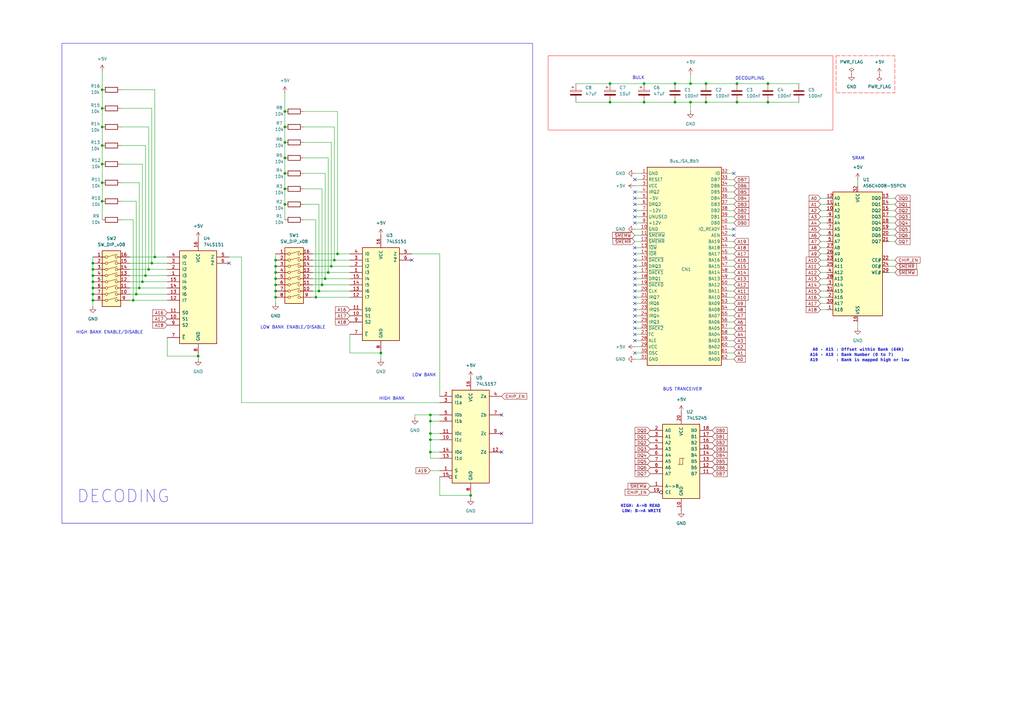
<source format=kicad_sch>
(kicad_sch (version 20250114) (generator "eeschema") (generator_version "9.0")
  (paper "A3")
  (title_block (title "XTra-RAM") (rev "1.0") (company "b5s4") (comment 1 "Oddsocks"))
  (rectangle (start 25.4 17.78) (end 218.44 214.63))
  (text "DECODING" (at 50.546 203.708 0) (effects (font (size 5.08 5.08))))
  (text "HIGH BANK ENABLE/DISABLE" (at 44.958 136.398 0) (effects (font (size 1.27 1.27))))
  (text "LOW BANK" (at 173.99 153.924 0) (effects (font (size 1.27 1.27))))
  (text " A0 - A15 : Offset within Bank (64K)\nA16 - A18 : Bank Number (0 to 7)\nA19       : Bank is mapped high or low" (at 332.232 146.05 0) (effects (font (size 1.27 1.27) (bold yes)) (justify left)))
  (text "HIGH BANK" (at 160.782 163.576 0) (effects (font (size 1.27 1.27))))
  (text "LOW BANK ENABLE/DISABLE" (at 120.142 134.366 0) (effects (font (size 1.27 1.27))))
  (text "BUS TRANCEIVER" (at 279.908 159.766 0) (effects (font (size 1.27 1.27))))
  (text "HIGH: A->B READ\n LOW: B->A WRITE" (at 262.636 209.042 0) (effects (font (size 1.27 1.27) (bold yes))))
  (text "SRAM" (at 352.044 65.024 0) (effects (font (size 1.27 1.27))))
  (text "BULK" (at 261.874 32.004 0) (effects (font (size 1.27 1.27))))
  (text "DECOUPLING" (at 307.594 32.258 0) (effects (font (size 1.27 1.27))))
  (junction (at 81.28 146.05))
  (junction (at 113.03 119.38))
  (junction (at 113.03 116.84))
  (junction (at 60.96 110.49))
  (junction (at 41.91 52.07))
  (junction (at 41.91 67.31))
  (junction (at 264.16 34.29))
  (junction (at 250.19 41.91))
  (junction (at 55.88 120.65))
  (junction (at 176.53 185.42))
  (junction (at 41.91 74.93))
  (junction (at 250.19 34.29))
  (junction (at 176.53 177.8))
  (junction (at 176.53 172.72))
  (junction (at 38.1 110.49))
  (junction (at 62.23 107.95))
  (junction (at 113.03 106.68))
  (junction (at 41.91 36.83))
  (junction (at 113.03 114.3))
  (junction (at 129.54 121.92))
  (junction (at 38.1 107.95))
  (junction (at 314.96 34.29))
  (junction (at 193.04 203.2))
  (junction (at 289.56 34.29))
  (junction (at 59.69 113.03))
  (junction (at 314.96 41.91))
  (junction (at 134.62 111.76))
  (junction (at 38.1 113.03))
  (junction (at 113.03 111.76))
  (junction (at 264.16 41.91))
  (junction (at 283.21 34.29))
  (junction (at 176.53 170.18))
  (junction (at 38.1 123.19))
  (junction (at 116.84 64.77))
  (junction (at 130.81 119.38))
  (junction (at 137.16 106.68))
  (junction (at 41.91 44.45))
  (junction (at 283.21 41.91))
  (junction (at 116.84 77.47))
  (junction (at 38.1 115.57))
  (junction (at 57.15 118.11))
  (junction (at 132.08 116.84))
  (junction (at 58.42 115.57))
  (junction (at 135.89 109.22))
  (junction (at 116.84 83.82))
  (junction (at 54.61 123.19))
  (junction (at 133.35 114.3))
  (junction (at 116.84 71.12))
  (junction (at 38.1 120.65))
  (junction (at 116.84 45.72))
  (junction (at 276.86 34.29))
  (junction (at 156.21 144.78))
  (junction (at 116.84 52.07))
  (junction (at 302.26 41.91))
  (junction (at 113.03 109.22))
  (junction (at 289.56 41.91))
  (junction (at 116.84 58.42))
  (junction (at 176.53 180.34))
  (junction (at 38.1 118.11))
  (junction (at 138.43 104.14))
  (junction (at 276.86 41.91))
  (junction (at 41.91 59.69))
  (junction (at 63.5 105.41))
  (junction (at 302.26 34.29))
  (junction (at 41.91 82.55))
  (junction (at 113.03 121.92))
  (no_connect (at 260.35 116.84))
  (no_connect (at 300.99 71.12))
  (no_connect (at 168.91 106.68))
  (no_connect (at 260.35 109.22))
  (no_connect (at 300.99 93.98))
  (no_connect (at 260.35 86.36))
  (no_connect (at 205.74 170.18))
  (no_connect (at 260.35 132.08))
  (no_connect (at 260.35 134.62))
  (no_connect (at 205.74 177.8))
  (no_connect (at 260.35 124.46))
  (no_connect (at 93.98 107.95))
  (no_connect (at 260.35 129.54))
  (no_connect (at 260.35 114.3))
  (no_connect (at 260.35 81.28))
  (no_connect (at 260.35 73.66))
  (no_connect (at 260.35 104.14))
  (no_connect (at 260.35 83.82))
  (no_connect (at 260.35 106.68))
  (no_connect (at 260.35 78.74))
  (no_connect (at 260.35 139.7))
  (no_connect (at 260.35 101.6))
  (no_connect (at 260.35 121.92))
  (no_connect (at 300.99 96.52))
  (no_connect (at 260.35 137.16))
  (no_connect (at 260.35 144.78))
  (no_connect (at 260.35 88.9))
  (no_connect (at 260.35 119.38))
  (no_connect (at 260.35 127))
  (no_connect (at 260.35 91.44))
  (no_connect (at 260.35 111.76))
  (no_connect (at 205.74 185.42))
  (wire (pts (xy 314.96 41.91) (xy 327.66 41.91)))
  (wire (pts (xy 38.1 105.41) (xy 38.1 107.95)))
  (wire (pts (xy 113.03 109.22) (xy 113.03 111.76)))
  (wire (pts (xy 116.84 38.1) (xy 116.84 45.72)))
  (wire (pts (xy 336.55 124.46) (xy 339.09 124.46)))
  (wire (pts (xy 298.45 91.44) (xy 300.99 91.44)))
  (wire (pts (xy 143.51 137.16) (xy 143.51 144.78)))
  (wire (pts (xy 53.34 113.03) (xy 59.69 113.03)))
  (wire (pts (xy 264.16 41.91) (xy 276.86 41.91)))
  (wire (pts (xy 298.45 132.08) (xy 300.99 132.08)))
  (wire (pts (xy 260.35 111.76) (xy 262.89 111.76)))
  (wire (pts (xy 128.27 104.14) (xy 138.43 104.14)))
  (wire (pts (xy 133.35 71.12) (xy 124.46 71.12)))
  (wire (pts (xy 137.16 106.68) (xy 143.51 106.68)))
  (wire (pts (xy 59.69 59.69) (xy 59.69 113.03)))
  (wire (pts (xy 176.53 187.96) (xy 176.53 185.42)))
  (wire (pts (xy 49.53 90.17) (xy 54.61 90.17)))
  (wire (pts (xy 38.1 113.03) (xy 38.1 115.57)))
  (wire (pts (xy 260.35 81.28) (xy 262.89 81.28)))
  (wire (pts (xy 364.49 81.28) (xy 367.03 81.28)))
  (wire (pts (xy 53.34 107.95) (xy 62.23 107.95)))
  (wire (pts (xy 180.34 104.14) (xy 168.91 104.14)))
  (wire (pts (xy 130.81 119.38) (xy 130.81 83.82)))
  (wire (pts (xy 49.53 52.07) (xy 60.96 52.07)))
  (wire (pts (xy 53.34 110.49) (xy 60.96 110.49)))
  (wire (pts (xy 336.55 99.06) (xy 339.09 99.06)))
  (wire (pts (xy 260.35 132.08) (xy 262.89 132.08)))
  (wire (pts (xy 53.34 105.41) (xy 63.5 105.41)))
  (wire (pts (xy 129.54 121.92) (xy 143.51 121.92)))
  (wire (pts (xy 176.53 172.72) (xy 176.53 170.18)))
  (wire (pts (xy 260.35 137.16) (xy 262.89 137.16)))
  (wire (pts (xy 129.54 121.92) (xy 129.54 90.17)))
  (wire (pts (xy 298.45 142.24) (xy 300.99 142.24)))
  (wire (pts (xy 336.55 83.82) (xy 339.09 83.82)))
  (wire (pts (xy 250.19 34.29) (xy 264.16 34.29)))
  (wire (pts (xy 170.18 170.18) (xy 170.18 171.45)))
  (wire (pts (xy 298.45 73.66) (xy 300.99 73.66)))
  (wire (pts (xy 298.45 134.62) (xy 300.99 134.62)))
  (wire (pts (xy 134.62 111.76) (xy 143.51 111.76)))
  (wire (pts (xy 298.45 101.6) (xy 300.99 101.6)))
  (wire (pts (xy 336.55 106.68) (xy 339.09 106.68)))
  (wire (pts (xy 289.56 41.91) (xy 302.26 41.91)))
  (wire (pts (xy 49.53 82.55) (xy 55.88 82.55)))
  (wire (pts (xy 336.55 111.76) (xy 339.09 111.76)))
  (wire (pts (xy 128.27 106.68) (xy 137.16 106.68)))
  (wire (pts (xy 55.88 120.65) (xy 68.58 120.65)))
  (wire (pts (xy 137.16 106.68) (xy 137.16 52.07)))
  (wire (pts (xy 298.45 114.3) (xy 300.99 114.3)))
  (wire (pts (xy 113.03 104.14) (xy 113.03 106.68)))
  (wire (pts (xy 364.49 111.76) (xy 367.03 111.76)))
  (wire (pts (xy 176.53 170.18) (xy 170.18 170.18)))
  (wire (pts (xy 260.35 83.82) (xy 262.89 83.82)))
  (wire (pts (xy 180.34 195.58) (xy 180.34 203.2)))
  (wire (pts (xy 336.55 101.6) (xy 339.09 101.6)))
  (wire (pts (xy 364.49 106.68) (xy 367.03 106.68)))
  (wire (pts (xy 68.58 146.05) (xy 81.28 146.05)))
  (wire (pts (xy 351.79 132.08) (xy 351.79 134.62)))
  (wire (pts (xy 364.49 86.36) (xy 367.03 86.36)))
  (wire (pts (xy 113.03 114.3) (xy 113.03 116.84)))
  (wire (pts (xy 302.26 41.91) (xy 314.96 41.91)))
  (wire (pts (xy 130.81 119.38) (xy 143.51 119.38)))
  (wire (pts (xy 116.84 77.47) (xy 116.84 83.82)))
  (wire (pts (xy 298.45 144.78) (xy 300.99 144.78)))
  (wire (pts (xy 298.45 109.22) (xy 300.99 109.22)))
  (wire (pts (xy 113.03 111.76) (xy 113.03 114.3)))
  (wire (pts (xy 180.34 104.14) (xy 180.34 162.56)))
  (wire (pts (xy 298.45 76.2) (xy 300.99 76.2)))
  (wire (pts (xy 302.26 34.29) (xy 314.96 34.29)))
  (wire (pts (xy 298.45 119.38) (xy 300.99 119.38)))
  (wire (pts (xy 58.42 67.31) (xy 58.42 115.57)))
  (wire (pts (xy 99.06 105.41) (xy 93.98 105.41)))
  (wire (pts (xy 132.08 116.84) (xy 143.51 116.84)))
  (wire (pts (xy 54.61 90.17) (xy 54.61 123.19)))
  (wire (pts (xy 49.53 44.45) (xy 62.23 44.45)))
  (wire (pts (xy 133.35 114.3) (xy 133.35 71.12)))
  (wire (pts (xy 180.34 203.2) (xy 193.04 203.2)))
  (wire (pts (xy 38.1 115.57) (xy 38.1 118.11)))
  (wire (pts (xy 38.1 120.65) (xy 38.1 123.19)))
  (wire (pts (xy 156.21 147.32) (xy 156.21 144.78)))
  (wire (pts (xy 113.03 116.84) (xy 113.03 119.38)))
  (wire (pts (xy 134.62 64.77) (xy 124.46 64.77)))
  (wire (pts (xy 298.45 104.14) (xy 300.99 104.14)))
  (wire (pts (xy 260.35 71.12) (xy 262.89 71.12)))
  (wire (pts (xy 62.23 44.45) (xy 62.23 107.95)))
  (wire (pts (xy 113.03 119.38) (xy 113.03 121.92)))
  (wire (pts (xy 260.35 119.38) (xy 262.89 119.38)))
  (wire (pts (xy 116.84 71.12) (xy 116.84 77.47)))
  (wire (pts (xy 41.91 29.21) (xy 41.91 36.83)))
  (wire (pts (xy 260.35 106.68) (xy 262.89 106.68)))
  (wire (pts (xy 336.55 119.38) (xy 339.09 119.38)))
  (wire (pts (xy 260.35 104.14) (xy 262.89 104.14)))
  (wire (pts (xy 38.1 118.11) (xy 38.1 120.65)))
  (wire (pts (xy 99.06 105.41) (xy 99.06 165.1)))
  (wire (pts (xy 137.16 52.07) (xy 124.46 52.07)))
  (wire (pts (xy 138.43 45.72) (xy 124.46 45.72)))
  (wire (pts (xy 298.45 147.32) (xy 300.99 147.32)))
  (wire (pts (xy 260.35 78.74) (xy 262.89 78.74)))
  (wire (pts (xy 298.45 99.06) (xy 300.99 99.06)))
  (wire (pts (xy 176.53 185.42) (xy 176.53 180.34)))
  (wire (pts (xy 298.45 121.92) (xy 300.99 121.92)))
  (wire (pts (xy 298.45 96.52) (xy 300.99 96.52)))
  (wire (pts (xy 336.55 88.9) (xy 339.09 88.9)))
  (wire (pts (xy 59.69 113.03) (xy 68.58 113.03)))
  (wire (pts (xy 176.53 177.8) (xy 176.53 172.72)))
  (wire (pts (xy 298.45 78.74) (xy 300.99 78.74)))
  (wire (pts (xy 298.45 129.54) (xy 300.99 129.54)))
  (wire (pts (xy 128.27 121.92) (xy 129.54 121.92)))
  (wire (pts (xy 260.35 129.54) (xy 262.89 129.54)))
  (wire (pts (xy 81.28 147.32) (xy 81.28 146.05)))
  (wire (pts (xy 260.35 101.6) (xy 262.89 101.6)))
  (wire (pts (xy 260.35 142.24) (xy 262.89 142.24)))
  (wire (pts (xy 138.43 104.14) (xy 143.51 104.14)))
  (wire (pts (xy 298.45 88.9) (xy 300.99 88.9)))
  (wire (pts (xy 283.21 34.29) (xy 289.56 34.29)))
  (wire (pts (xy 53.34 115.57) (xy 58.42 115.57)))
  (wire (pts (xy 260.35 134.62) (xy 262.89 134.62)))
  (wire (pts (xy 113.03 121.92) (xy 113.03 124.46)))
  (wire (pts (xy 128.27 116.84) (xy 132.08 116.84)))
  (wire (pts (xy 116.84 83.82) (xy 116.84 90.17)))
  (wire (pts (xy 298.45 111.76) (xy 300.99 111.76)))
  (wire (pts (xy 364.49 93.98) (xy 367.03 93.98)))
  (wire (pts (xy 135.89 109.22) (xy 143.51 109.22)))
  (wire (pts (xy 260.35 88.9) (xy 262.89 88.9)))
  (wire (pts (xy 49.53 67.31) (xy 58.42 67.31)))
  (wire (pts (xy 260.35 96.52) (xy 262.89 96.52)))
  (wire (pts (xy 41.91 52.07) (xy 41.91 59.69)))
  (wire (pts (xy 138.43 104.14) (xy 138.43 45.72)))
  (wire (pts (xy 336.55 104.14) (xy 339.09 104.14)))
  (wire (pts (xy 260.35 144.78) (xy 262.89 144.78)))
  (wire (pts (xy 57.15 74.93) (xy 57.15 118.11)))
  (wire (pts (xy 260.35 99.06) (xy 262.89 99.06)))
  (wire (pts (xy 364.49 109.22) (xy 367.03 109.22)))
  (wire (pts (xy 180.34 187.96) (xy 176.53 187.96)))
  (wire (pts (xy 351.79 73.66) (xy 351.79 76.2)))
  (wire (pts (xy 364.49 96.52) (xy 367.03 96.52)))
  (wire (pts (xy 49.53 74.93) (xy 57.15 74.93)))
  (wire (pts (xy 336.55 93.98) (xy 339.09 93.98)))
  (wire (pts (xy 260.35 116.84) (xy 262.89 116.84)))
  (wire (pts (xy 116.84 58.42) (xy 116.84 64.77)))
  (wire (pts (xy 336.55 86.36) (xy 339.09 86.36)))
  (wire (pts (xy 176.53 170.18) (xy 180.34 170.18)))
  (wire (pts (xy 60.96 52.07) (xy 60.96 110.49)))
  (wire (pts (xy 133.35 114.3) (xy 143.51 114.3)))
  (wire (pts (xy 298.45 93.98) (xy 300.99 93.98)))
  (wire (pts (xy 260.35 93.98) (xy 262.89 93.98)))
  (wire (pts (xy 314.96 34.29) (xy 327.66 34.29)))
  (wire (pts (xy 41.91 44.45) (xy 41.91 52.07)))
  (wire (pts (xy 260.35 127) (xy 262.89 127)))
  (wire (pts (xy 62.23 107.95) (xy 68.58 107.95)))
  (wire (pts (xy 276.86 41.91) (xy 283.21 41.91)))
  (wire (pts (xy 336.55 121.92) (xy 339.09 121.92)))
  (wire (pts (xy 283.21 41.91) (xy 283.21 45.72)))
  (wire (pts (xy 336.55 114.3) (xy 339.09 114.3)))
  (wire (pts (xy 260.35 121.92) (xy 262.89 121.92)))
  (wire (pts (xy 58.42 115.57) (xy 68.58 115.57)))
  (wire (pts (xy 128.27 109.22) (xy 135.89 109.22)))
  (wire (pts (xy 236.22 41.91) (xy 250.19 41.91)))
  (wire (pts (xy 49.53 59.69) (xy 59.69 59.69)))
  (wire (pts (xy 260.35 124.46) (xy 262.89 124.46)))
  (wire (pts (xy 336.55 81.28) (xy 339.09 81.28)))
  (wire (pts (xy 41.91 67.31) (xy 41.91 74.93)))
  (wire (pts (xy 54.61 123.19) (xy 68.58 123.19)))
  (wire (pts (xy 116.84 64.77) (xy 116.84 71.12)))
  (wire (pts (xy 176.53 180.34) (xy 176.53 177.8)))
  (wire (pts (xy 236.22 34.29) (xy 250.19 34.29)))
  (wire (pts (xy 176.53 177.8) (xy 180.34 177.8)))
  (wire (pts (xy 38.1 107.95) (xy 38.1 110.49)))
  (wire (pts (xy 298.45 71.12) (xy 300.99 71.12)))
  (wire (pts (xy 298.45 137.16) (xy 300.99 137.16)))
  (wire (pts (xy 128.27 119.38) (xy 130.81 119.38)))
  (wire (pts (xy 176.53 180.34) (xy 180.34 180.34)))
  (wire (pts (xy 336.55 109.22) (xy 339.09 109.22)))
  (wire (pts (xy 298.45 127) (xy 300.99 127)))
  (wire (pts (xy 132.08 77.47) (xy 124.46 77.47)))
  (wire (pts (xy 260.35 76.2) (xy 262.89 76.2)))
  (wire (pts (xy 298.45 86.36) (xy 300.99 86.36)))
  (wire (pts (xy 364.49 99.06) (xy 367.03 99.06)))
  (wire (pts (xy 336.55 116.84) (xy 339.09 116.84)))
  (wire (pts (xy 53.34 123.19) (xy 54.61 123.19)))
  (wire (pts (xy 116.84 45.72) (xy 116.84 52.07)))
  (wire (pts (xy 276.86 34.29) (xy 283.21 34.29)))
  (wire (pts (xy 41.91 74.93) (xy 41.91 82.55)))
  (wire (pts (xy 260.35 109.22) (xy 262.89 109.22)))
  (wire (pts (xy 364.49 91.44) (xy 367.03 91.44)))
  (wire (pts (xy 99.06 165.1) (xy 180.34 165.1)))
  (wire (pts (xy 260.35 114.3) (xy 262.89 114.3)))
  (wire (pts (xy 264.16 34.29) (xy 276.86 34.29)))
  (wire (pts (xy 55.88 82.55) (xy 55.88 120.65)))
  (wire (pts (xy 260.35 147.32) (xy 262.89 147.32)))
  (wire (pts (xy 260.35 73.66) (xy 262.89 73.66)))
  (wire (pts (xy 116.84 52.07) (xy 116.84 58.42)))
  (wire (pts (xy 60.96 110.49) (xy 68.58 110.49)))
  (wire (pts (xy 260.35 139.7) (xy 262.89 139.7)))
  (wire (pts (xy 283.21 30.48) (xy 283.21 34.29)))
  (wire (pts (xy 38.1 123.19) (xy 38.1 125.73)))
  (wire (pts (xy 364.49 88.9) (xy 367.03 88.9)))
  (wire (pts (xy 53.34 118.11) (xy 57.15 118.11)))
  (wire (pts (xy 260.35 91.44) (xy 262.89 91.44)))
  (wire (pts (xy 364.49 83.82) (xy 367.03 83.82)))
  (wire (pts (xy 129.54 90.17) (xy 124.46 90.17)))
  (wire (pts (xy 63.5 36.83) (xy 63.5 105.41)))
  (wire (pts (xy 289.56 34.29) (xy 302.26 34.29)))
  (wire (pts (xy 298.45 139.7) (xy 300.99 139.7)))
  (wire (pts (xy 113.03 106.68) (xy 113.03 109.22)))
  (wire (pts (xy 135.89 109.22) (xy 135.89 58.42)))
  (wire (pts (xy 128.27 114.3) (xy 133.35 114.3)))
  (wire (pts (xy 38.1 110.49) (xy 38.1 113.03)))
  (wire (pts (xy 130.81 83.82) (xy 124.46 83.82)))
  (wire (pts (xy 41.91 36.83) (xy 41.91 44.45)))
  (wire (pts (xy 336.55 127) (xy 339.09 127)))
  (wire (pts (xy 283.21 41.91) (xy 289.56 41.91)))
  (wire (pts (xy 193.04 204.47) (xy 193.04 203.2)))
  (wire (pts (xy 336.55 96.52) (xy 339.09 96.52)))
  (wire (pts (xy 134.62 111.76) (xy 134.62 64.77)))
  (wire (pts (xy 53.34 120.65) (xy 55.88 120.65)))
  (wire (pts (xy 298.45 124.46) (xy 300.99 124.46)))
  (wire (pts (xy 336.55 91.44) (xy 339.09 91.44)))
  (wire (pts (xy 49.53 36.83) (xy 63.5 36.83)))
  (wire (pts (xy 57.15 118.11) (xy 68.58 118.11)))
  (wire (pts (xy 63.5 105.41) (xy 68.58 105.41)))
  (wire (pts (xy 68.58 138.43) (xy 68.58 146.05)))
  (wire (pts (xy 132.08 116.84) (xy 132.08 77.47)))
  (wire (pts (xy 298.45 83.82) (xy 300.99 83.82)))
  (wire (pts (xy 176.53 172.72) (xy 180.34 172.72)))
  (wire (pts (xy 250.19 41.91) (xy 264.16 41.91)))
  (wire (pts (xy 176.53 193.04) (xy 180.34 193.04)))
  (wire (pts (xy 298.45 106.68) (xy 300.99 106.68)))
  (wire (pts (xy 41.91 59.69) (xy 41.91 67.31)))
  (wire (pts (xy 298.45 116.84) (xy 300.99 116.84)))
  (wire (pts (xy 176.53 185.42) (xy 180.34 185.42)))
  (wire (pts (xy 143.51 144.78) (xy 156.21 144.78)))
  (wire (pts (xy 135.89 58.42) (xy 124.46 58.42)))
  (wire (pts (xy 41.91 82.55) (xy 41.91 90.17)))
  (wire (pts (xy 298.45 81.28) (xy 300.99 81.28)))
  (wire (pts (xy 128.27 111.76) (xy 134.62 111.76)))
  (wire (pts (xy 260.35 86.36) (xy 262.89 86.36)))
  (global_label "DQ6" (shape input) (at 367.03 96.52 0) (property "Intersheetrefs" "${INTERSHEET_REFS}" (effects (hide yes))))
  (global_label "DB4" (shape input) (at 292.1 186.69 0) (property "Intersheetrefs" "${INTERSHEET_REFS}" (effects (hide yes))))
  (global_label "A13" (shape input) (at 336.55 114.3 180) (property "Intersheetrefs" "${INTERSHEET_REFS}" (effects (hide yes))))
  (global_label "CHIP_EN" (shape input) (at 266.7 201.93 180) (property "Intersheetrefs" "${INTERSHEET_REFS}" (effects (hide yes))))
  (global_label "DB3" (shape input) (at 300.99 83.82 0) (property "Intersheetrefs" "${INTERSHEET_REFS}" (effects (hide yes))))
  (global_label "DQ4" (shape input) (at 266.7 186.69 180) (property "Intersheetrefs" "${INTERSHEET_REFS}" (effects (hide yes))))
  (global_label "A18" (shape input) (at 300.99 101.6 0) (property "Intersheetrefs" "${INTERSHEET_REFS}" (effects (hide yes))))
  (global_label "A7" (shape input) (at 336.55 99.06 180) (property "Intersheetrefs" "${INTERSHEET_REFS}" (effects (hide yes))))
  (global_label "A3" (shape input) (at 336.55 88.9 180) (property "Intersheetrefs" "${INTERSHEET_REFS}" (effects (hide yes))))
  (global_label "A18" (shape input) (at 143.51 132.08 180) (property "Intersheetrefs" "${INTERSHEET_REFS}" (effects (hide yes))))
  (global_label "DB6" (shape input) (at 300.99 76.2 0) (property "Intersheetrefs" "${INTERSHEET_REFS}" (effects (hide yes))))
  (global_label "DQ7" (shape input) (at 367.03 99.06 0) (property "Intersheetrefs" "${INTERSHEET_REFS}" (effects (hide yes))))
  (global_label "DB1" (shape input) (at 300.99 88.9 0) (property "Intersheetrefs" "${INTERSHEET_REFS}" (effects (hide yes))))
  (global_label "A17" (shape input) (at 300.99 104.14 0) (property "Intersheetrefs" "${INTERSHEET_REFS}" (effects (hide yes))))
  (global_label "A6" (shape input) (at 300.99 132.08 0) (property "Intersheetrefs" "${INTERSHEET_REFS}" (effects (hide yes))))
  (global_label "DB1" (shape input) (at 292.1 179.07 0) (property "Intersheetrefs" "${INTERSHEET_REFS}" (effects (hide yes))))
  (global_label "DB5" (shape input) (at 292.1 189.23 0) (property "Intersheetrefs" "${INTERSHEET_REFS}" (effects (hide yes))))
  (global_label "~{SMEMW}" (shape input) (at 260.35 96.52 180) (property "Intersheetrefs" "${INTERSHEET_REFS}" (effects (hide yes))))
  (global_label "A11" (shape input) (at 336.55 109.22 180) (property "Intersheetrefs" "${INTERSHEET_REFS}" (effects (hide yes))))
  (global_label "DB5" (shape input) (at 300.99 78.74 0) (property "Intersheetrefs" "${INTERSHEET_REFS}" (effects (hide yes))))
  (global_label "A7" (shape input) (at 300.99 129.54 0) (property "Intersheetrefs" "${INTERSHEET_REFS}" (effects (hide yes))))
  (global_label "A8" (shape input) (at 336.55 101.6 180) (property "Intersheetrefs" "${INTERSHEET_REFS}" (effects (hide yes))))
  (global_label "A10" (shape input) (at 300.99 121.92 0) (property "Intersheetrefs" "${INTERSHEET_REFS}" (effects (hide yes))))
  (global_label "A19" (shape input) (at 300.99 99.06 0) (property "Intersheetrefs" "${INTERSHEET_REFS}" (effects (hide yes))))
  (global_label "A14" (shape input) (at 336.55 116.84 180) (property "Intersheetrefs" "${INTERSHEET_REFS}" (effects (hide yes))))
  (global_label "DB0" (shape input) (at 292.1 176.53 0) (property "Intersheetrefs" "${INTERSHEET_REFS}" (effects (hide yes))))
  (global_label "DQ2" (shape input) (at 266.7 181.61 180) (property "Intersheetrefs" "${INTERSHEET_REFS}" (effects (hide yes))))
  (global_label "DQ1" (shape input) (at 266.7 179.07 180) (property "Intersheetrefs" "${INTERSHEET_REFS}" (effects (hide yes))))
  (global_label "DQ4" (shape input) (at 367.03 91.44 0) (property "Intersheetrefs" "${INTERSHEET_REFS}" (effects (hide yes))))
  (global_label "A14" (shape input) (at 300.99 111.76 0) (property "Intersheetrefs" "${INTERSHEET_REFS}" (effects (hide yes))))
  (global_label "A11" (shape input) (at 300.99 119.38 0) (property "Intersheetrefs" "${INTERSHEET_REFS}" (effects (hide yes))))
  (global_label "DB2" (shape input) (at 300.99 86.36 0) (property "Intersheetrefs" "${INTERSHEET_REFS}" (effects (hide yes))))
  (global_label "A18" (shape input) (at 68.58 133.35 180) (property "Intersheetrefs" "${INTERSHEET_REFS}" (effects (hide yes))))
  (global_label "DB7" (shape input) (at 300.99 73.66 0) (property "Intersheetrefs" "${INTERSHEET_REFS}" (effects (hide yes))))
  (global_label "A17" (shape input) (at 336.55 124.46 180) (property "Intersheetrefs" "${INTERSHEET_REFS}" (effects (hide yes))))
  (global_label "A9" (shape input) (at 300.99 124.46 0) (property "Intersheetrefs" "${INTERSHEET_REFS}" (effects (hide yes))))
  (global_label "A17" (shape input) (at 68.58 130.81 180) (property "Intersheetrefs" "${INTERSHEET_REFS}" (effects (hide yes))))
  (global_label "DQ2" (shape input) (at 367.03 86.36 0) (property "Intersheetrefs" "${INTERSHEET_REFS}" (effects (hide yes))))
  (global_label "DQ3" (shape input) (at 367.03 88.9 0) (property "Intersheetrefs" "${INTERSHEET_REFS}" (effects (hide yes))))
  (global_label "A16" (shape input) (at 336.55 121.92 180) (property "Intersheetrefs" "${INTERSHEET_REFS}" (effects (hide yes))))
  (global_label "~{SMEMW}" (shape input) (at 367.03 111.76 0) (property "Intersheetrefs" "${INTERSHEET_REFS}" (effects (hide yes))))
  (global_label "DB6" (shape input) (at 292.1 191.77 0) (property "Intersheetrefs" "${INTERSHEET_REFS}" (effects (hide yes))))
  (global_label "DQ0" (shape input) (at 266.7 176.53 180) (property "Intersheetrefs" "${INTERSHEET_REFS}" (effects (hide yes))))
  (global_label "A16" (shape input) (at 143.51 127 180) (property "Intersheetrefs" "${INTERSHEET_REFS}" (effects (hide yes))))
  (global_label "A8" (shape input) (at 300.99 127 0) (property "Intersheetrefs" "${INTERSHEET_REFS}" (effects (hide yes))))
  (global_label "A18" (shape input) (at 336.55 127 180) (property "Intersheetrefs" "${INTERSHEET_REFS}" (effects (hide yes))))
  (global_label "DB4" (shape input) (at 300.99 81.28 0) (property "Intersheetrefs" "${INTERSHEET_REFS}" (effects (hide yes))))
  (global_label "A3" (shape input) (at 300.99 139.7 0) (property "Intersheetrefs" "${INTERSHEET_REFS}" (effects (hide yes))))
  (global_label "A0" (shape input) (at 336.55 81.28 180) (property "Intersheetrefs" "${INTERSHEET_REFS}" (effects (hide yes))))
  (global_label "DQ5" (shape input) (at 266.7 189.23 180) (property "Intersheetrefs" "${INTERSHEET_REFS}" (effects (hide yes))))
  (global_label "A17" (shape input) (at 143.51 129.54 180) (property "Intersheetrefs" "${INTERSHEET_REFS}" (effects (hide yes))))
  (global_label "A0" (shape input) (at 300.99 147.32 0) (property "Intersheetrefs" "${INTERSHEET_REFS}" (effects (hide yes))))
  (global_label "A16" (shape input) (at 300.99 106.68 0) (property "Intersheetrefs" "${INTERSHEET_REFS}" (effects (hide yes))))
  (global_label "A1" (shape input) (at 300.99 144.78 0) (property "Intersheetrefs" "${INTERSHEET_REFS}" (effects (hide yes))))
  (global_label "~{SMEMR}" (shape input) (at 367.03 109.22 0) (property "Intersheetrefs" "${INTERSHEET_REFS}" (effects (hide yes))))
  (global_label "DB3" (shape input) (at 292.1 184.15 0) (property "Intersheetrefs" "${INTERSHEET_REFS}" (effects (hide yes))))
  (global_label "A9" (shape input) (at 336.55 104.14 180) (property "Intersheetrefs" "${INTERSHEET_REFS}" (effects (hide yes))))
  (global_label "CHIP_EN" (shape input) (at 205.74 162.56 0) (property "Intersheetrefs" "${INTERSHEET_REFS}" (effects (hide yes))))
  (global_label "CHIP_EN" (shape input) (at 367.03 106.68 0) (property "Intersheetrefs" "${INTERSHEET_REFS}" (effects (hide yes))))
  (global_label "DB7" (shape input) (at 292.1 194.31 0) (property "Intersheetrefs" "${INTERSHEET_REFS}" (effects (hide yes))))
  (global_label "DQ7" (shape input) (at 266.7 194.31 180) (property "Intersheetrefs" "${INTERSHEET_REFS}" (effects (hide yes))))
  (global_label "DQ0" (shape input) (at 367.03 81.28 0) (property "Intersheetrefs" "${INTERSHEET_REFS}" (effects (hide yes))))
  (global_label "A5" (shape input) (at 336.55 93.98 180) (property "Intersheetrefs" "${INTERSHEET_REFS}" (effects (hide yes))))
  (global_label "DQ6" (shape input) (at 266.7 191.77 180) (property "Intersheetrefs" "${INTERSHEET_REFS}" (effects (hide yes))))
  (global_label "A2" (shape input) (at 336.55 86.36 180) (property "Intersheetrefs" "${INTERSHEET_REFS}" (effects (hide yes))))
  (global_label "A19" (shape input) (at 176.53 193.04 180) (property "Intersheetrefs" "${INTERSHEET_REFS}" (effects (hide yes))))
  (global_label "~{SMEMR}" (shape input) (at 260.35 99.06 180) (property "Intersheetrefs" "${INTERSHEET_REFS}" (effects (hide yes))))
  (global_label "DQ1" (shape input) (at 367.03 83.82 0) (property "Intersheetrefs" "${INTERSHEET_REFS}" (effects (hide yes))))
  (global_label "DQ3" (shape input) (at 266.7 184.15 180) (property "Intersheetrefs" "${INTERSHEET_REFS}" (effects (hide yes))))
  (global_label "~{SMEMW}" (shape input) (at 266.7 199.39 180) (property "Intersheetrefs" "${INTERSHEET_REFS}" (effects (hide yes))))
  (global_label "A4" (shape input) (at 300.99 137.16 0) (property "Intersheetrefs" "${INTERSHEET_REFS}" (effects (hide yes))))
  (global_label "A4" (shape input) (at 336.55 91.44 180) (property "Intersheetrefs" "${INTERSHEET_REFS}" (effects (hide yes))))
  (global_label "A15" (shape input) (at 300.99 109.22 0) (property "Intersheetrefs" "${INTERSHEET_REFS}" (effects (hide yes))))
  (global_label "DB2" (shape input) (at 292.1 181.61 0) (property "Intersheetrefs" "${INTERSHEET_REFS}" (effects (hide yes))))
  (global_label "A5" (shape input) (at 300.99 134.62 0) (property "Intersheetrefs" "${INTERSHEET_REFS}" (effects (hide yes))))
  (global_label "DQ5" (shape input) (at 367.03 93.98 0) (property "Intersheetrefs" "${INTERSHEET_REFS}" (effects (hide yes))))
  (global_label "DB0" (shape input) (at 300.99 91.44 0) (property "Intersheetrefs" "${INTERSHEET_REFS}" (effects (hide yes))))
  (global_label "A12" (shape input) (at 336.55 111.76 180) (property "Intersheetrefs" "${INTERSHEET_REFS}" (effects (hide yes))))
  (global_label "A10" (shape input) (at 336.55 106.68 180) (property "Intersheetrefs" "${INTERSHEET_REFS}" (effects (hide yes))))
  (global_label "A12" (shape input) (at 300.99 116.84 0) (property "Intersheetrefs" "${INTERSHEET_REFS}" (effects (hide yes))))
  (global_label "A6" (shape input) (at 336.55 96.52 180) (property "Intersheetrefs" "${INTERSHEET_REFS}" (effects (hide yes))))
  (global_label "A16" (shape input) (at 68.58 128.27 180) (property "Intersheetrefs" "${INTERSHEET_REFS}" (effects (hide yes))))
  (global_label "A15" (shape input) (at 336.55 119.38 180) (property "Intersheetrefs" "${INTERSHEET_REFS}" (effects (hide yes))))
  (global_label "A13" (shape input) (at 300.99 114.3 0) (property "Intersheetrefs" "${INTERSHEET_REFS}" (effects (hide yes))))
  (global_label "A1" (shape input) (at 336.55 83.82 180) (property "Intersheetrefs" "${INTERSHEET_REFS}" (effects (hide yes))))
  (global_label "A2" (shape input) (at 300.99 142.24 0) (property "Intersheetrefs" "${INTERSHEET_REFS}" (effects (hide yes))))
  (rule_area (polyline (pts (xy 224.79 53.34) (xy 341.63 53.34) (xy 341.63 22.86) (xy 224.79 22.86))))
  (rule_area (polyline (pts (xy 342.9 22.86) (xy 367.03 22.86) (xy 367.03 38.1) (xy 342.9 38.1)) (stroke (width 0) (type dash))))
  (symbol (lib_id "power:+5V") (at 283.21 30.48 0) (unit 1)
    (property "Reference" "#PWR03" (effects (hide yes)))
    (property "Value" "+5V" (at 283.21 25.4 0))
    (property "Description" "Power symbol creates a global label with name \"+5V\"" (effects (hide yes)))
  )
  (symbol (lib_id "Device:C_Polarized") (at 250.19 38.1 0) (unit 1)
    (property "Reference" "C7" (at 254 35.9409 0) (effects (justify left)))
    (property "Value" "10uF" (at 254 38.4809 0) (effects (justify left)))
    (property "Footprint" "Capacitor_THT:CP_Radial_D5.0mm_P2.50mm" (effects (hide yes)))
    (property "Description" "Polarized capacitor" (effects (hide yes)))
  )
  (symbol (lib_id "74xx:74LS151") (at 81.28 120.65 0) (unit 1)
    (property "Reference" "U4" (at 83.4233 97.79 0) (effects (justify left)))
    (property "Value" "74LS151" (at 83.4233 100.33 0) (effects (justify left)))
    (property "Footprint" "Package_DIP:DIP-16_W7.62mm_Socket" (effects (hide yes)))
    (property "Datasheet" "http://www.ti.com/lit/gpn/sn74LS151" (effects (hide yes)))
    (property "Description" "Multiplexer 8 to 1" (effects (hide yes)))
  )
  (symbol (lib_id "power:GND") (at 81.28 147.32 0) (unit 1)
    (property "Reference" "#PWR013" (effects (hide yes)))
    (property "Value" "GND" (at 81.28 152.4 0))
    (property "Description" "Power symbol creates a global label with name \"GND\" , ground" (effects (hide yes)))
  )
  (symbol (lib_id "Device:R") (at 120.65 64.77 90) (unit 1)
    (property "Reference" "R5" (at 114.554 63.754 90))
    (property "Value" "10k" (at 114.554 66.294 90))
    (property "Footprint" "Resistor_THT:R_Axial_DIN0207_L6.3mm_D2.5mm_P10.16mm_Horizontal" (effects (hide yes)))
    (property "Description" "Resistor" (effects (hide yes)))
  )
  (symbol (lib_id "power:+5V") (at 260.35 76.2 90) (unit 1)
    (property "Reference" "#PWR05" (effects (hide yes)))
    (property "Value" "+5V" (at 256.54 76.1999 90) (effects (justify left)))
    (property "Description" "Power symbol creates a global label with name \"+5V\"" (effects (hide yes)))
  )
  (symbol (lib_id "Device:R") (at 45.72 74.93 90) (unit 1)
    (property "Reference" "R11" (at 39.37 73.66 90))
    (property "Value" "10k" (at 39.37 76.2 90))
    (property "Footprint" "Resistor_THT:R_Axial_DIN0207_L6.3mm_D2.5mm_P10.16mm_Horizontal" (effects (hide yes)))
    (property "Description" "Resistor" (effects (hide yes)))
  )
  (symbol (lib_id "power:+5V") (at 351.79 73.66 0) (unit 1)
    (property "Reference" "#PWR06" (effects (hide yes)))
    (property "Value" "+5V" (at 351.79 68.58 0))
    (property "Description" "Power symbol creates a global label with name \"+5V\"" (effects (hide yes)))
  )
  (symbol (lib_id "Device:R") (at 120.65 52.07 90) (unit 1)
    (property "Reference" "R7" (at 114.554 50.546 90))
    (property "Value" "10k" (at 114.554 53.086 90))
    (property "Footprint" "Resistor_THT:R_Axial_DIN0207_L6.3mm_D2.5mm_P10.16mm_Horizontal" (effects (hide yes)))
    (property "Description" "Resistor" (effects (hide yes)))
  )
  (symbol (lib_id "Device:C") (at 314.96 38.1 0) (unit 1)
    (property "Reference" "C4" (at 318.77 36.8299 0) (effects (justify left)))
    (property "Value" "100nF" (at 318.77 39.3699 0) (effects (justify left)))
    (property "Footprint" "Capacitor_THT:C_Disc_D5.0mm_W2.5mm_P5.00mm" (effects (hide yes)))
    (property "Description" "Unpolarized capacitor" (effects (hide yes)))
  )
  (symbol (lib_id "Device:C") (at 289.56 38.1 0) (unit 1)
    (property "Reference" "C2" (at 293.37 36.8299 0) (effects (justify left)))
    (property "Value" "100nF" (at 293.37 39.3699 0) (effects (justify left)))
    (property "Footprint" "Capacitor_THT:C_Disc_D5.0mm_W2.5mm_P5.00mm" (effects (hide yes)))
    (property "Description" "Unpolarized capacitor" (effects (hide yes)))
  )
  (symbol (lib_id "power:+5V") (at 116.84 38.1 0) (unit 1)
    (property "Reference" "#PWR016" (effects (hide yes)))
    (property "Value" "+5V" (at 116.84 33.02 0))
    (property "Description" "Power symbol creates a global label with name \"+5V\"" (effects (hide yes)))
  )
  (symbol (lib_id "Device:R") (at 45.72 67.31 90) (unit 1)
    (property "Reference" "R12" (at 39.37 65.786 90))
    (property "Value" "10k" (at 39.37 68.326 90))
    (property "Footprint" "Resistor_THT:R_Axial_DIN0207_L6.3mm_D2.5mm_P10.16mm_Horizontal" (effects (hide yes)))
    (property "Description" "Resistor" (effects (hide yes)))
  )
  (symbol (lib_id "power:GND") (at 279.4 209.55 0) (unit 1)
    (property "Reference" "#PWR07" (effects (hide yes)))
    (property "Value" "GND" (at 279.4 214.63 0))
    (property "Description" "Power symbol creates a global label with name \"GND\" , ground" (effects (hide yes)))
  )
  (symbol (lib_id "power:GND") (at 260.35 147.32 270) (unit 1)
    (property "Reference" "#PWR011" (effects (hide yes)))
    (property "Value" "GND" (at 256.54 147.3199 90) (effects (justify right)))
    (property "Description" "Power symbol creates a global label with name \"GND\" , ground" (effects (hide yes)))
  )
  (symbol (lib_id "Device:C_Polarized") (at 264.16 38.1 0) (unit 1)
    (property "Reference" "C6" (at 267.97 35.9409 0) (effects (justify left)))
    (property "Value" "47uF" (at 267.97 38.4809 0) (effects (justify left)))
    (property "Footprint" "Capacitor_THT:CP_Radial_D5.0mm_P2.50mm" (effects (hide yes)))
    (property "Description" "Polarized capacitor" (effects (hide yes)))
  )
  (symbol (lib_id "74xx:74LS245") (at 279.4 189.23 0) (unit 1)
    (property "Reference" "U2" (at 281.5433 168.91 0) (effects (justify left)))
    (property "Value" "74LS245" (at 281.5433 171.45 0) (effects (justify left)))
    (property "Footprint" "Package_DIP:DIP-20_W7.62mm_Socket" (effects (hide yes)))
    (property "Datasheet" "http://www.ti.com/lit/gpn/sn74LS245" (effects (hide yes)))
    (property "Description" "Octal BUS Transceivers, 3-State outputs" (effects (hide yes)))
  )
  (symbol (lib_id "power:+5V") (at 193.04 154.94 0) (unit 1)
    (property "Reference" "#PWR022" (effects (hide yes)))
    (property "Value" "+5V" (at 193.04 149.86 0))
    (property "Description" "Power symbol creates a global label with name \"+5V\"" (effects (hide yes)))
  )
  (symbol (lib_id "Connector:Bus_ISA_8bit") (at 280.67 109.22 0) (unit 1)
    (property "Reference" "CN1" (at 281.432 110.49 0))
    (property "Value" "Bus_ISA_8bit" (at 280.67 66.04 0))
    (property "Footprint" "ODDSOCKS:8-bit ISA" (effects (hide yes)))
    (property "Datasheet" "https://en.wikipedia.org/wiki/Industry_Standard_Architecture" (effects (hide yes)))
    (property "Description" "8-bit ISA-PC bus connector" (effects (hide yes)))
  )
  (symbol (lib_id "power:+5V") (at 260.35 142.24 90) (unit 1)
    (property "Reference" "#PWR04" (effects (hide yes)))
    (property "Value" "+5V" (at 256.54 142.2399 90) (effects (justify left)))
    (property "Description" "Power symbol creates a global label with name \"+5V\"" (effects (hide yes)))
  )
  (symbol (lib_id "power:GND") (at 170.18 171.45 0) (unit 1)
    (property "Reference" "#PWR020" (effects (hide yes)))
    (property "Value" "GND" (at 170.18 176.53 0))
    (property "Description" "Power symbol creates a global label with name \"GND\" , ground" (effects (hide yes)))
  )
  (symbol (lib_id "74xx:74LS151") (at 156.21 119.38 0) (unit 1)
    (property "Reference" "U3" (at 158.3533 96.52 0) (effects (justify left)))
    (property "Value" "74LS151" (at 158.3533 99.06 0) (effects (justify left)))
    (property "Footprint" "Package_DIP:DIP-16_W7.62mm_Socket" (effects (hide yes)))
    (property "Datasheet" "http://www.ti.com/lit/gpn/sn74LS151" (effects (hide yes)))
    (property "Description" "Multiplexer 8 to 1" (effects (hide yes)))
  )
  (symbol (lib_id "Device:R") (at 45.72 90.17 90) (unit 1)
    (property "Reference" "R9" (at 39.37 88.646 90))
    (property "Value" "10k" (at 39.37 91.186 90))
    (property "Footprint" "Resistor_THT:R_Axial_DIN0207_L6.3mm_D2.5mm_P10.16mm_Horizontal" (effects (hide yes)))
    (property "Description" "Resistor" (effects (hide yes)))
  )
  (symbol (lib_id "power:PWR_FLAG") (at 349.25 30.48 0) (unit 1)
    (property "Reference" "#FLG01" (effects (hide yes)))
    (property "Value" "PWR_FLAG" (at 349.25 25.4 0))
    (property "Description" "Special symbol for telling ERC where power comes from" (effects (hide yes)))
  )
  (symbol (lib_id "Device:C_Polarized") (at 236.22 38.1 0) (unit 1)
    (property "Reference" "C8" (at 240.03 35.9409 0) (effects (justify left)))
    (property "Value" "47uF" (at 240.03 38.4809 0) (effects (justify left)))
    (property "Footprint" "Capacitor_THT:CP_Radial_D5.0mm_P2.50mm" (effects (hide yes)))
    (property "Description" "Polarized capacitor" (effects (hide yes)))
  )
  (symbol (lib_id "Device:R") (at 45.72 82.55 90) (unit 1)
    (property "Reference" "R10" (at 39.37 81.28 90))
    (property "Value" "10k" (at 39.37 83.82 90))
    (property "Footprint" "Resistor_THT:R_Axial_DIN0207_L6.3mm_D2.5mm_P10.16mm_Horizontal" (effects (hide yes)))
    (property "Description" "Resistor" (effects (hide yes)))
  )
  (symbol (lib_id "power:GND") (at 38.1 125.73 0) (unit 1)
    (property "Reference" "#PWR019" (effects (hide yes)))
    (property "Value" "GND" (at 38.1 130.81 0))
    (property "Description" "Power symbol creates a global label with name \"GND\" , ground" (effects (hide yes)))
  )
  (symbol (lib_id "power:GND") (at 349.25 30.48 0) (unit 1)
    (property "Reference" "#PWR023" (effects (hide yes)))
    (property "Value" "GND" (at 349.25 35.56 0))
    (property "Description" "Power symbol creates a global label with name \"GND\" , ground" (effects (hide yes)))
  )
  (symbol (lib_id "Switch:SW_DIP_x08") (at 120.65 114.3 0) (unit 1)
    (property "Reference" "SW1" (at 120.65 96.52 0))
    (property "Value" "SW_DIP_x08" (at 120.65 99.06 0))
    (property "Footprint" "Button_Switch_THT:SW_DIP_SPSTx08_Slide_9.78x22.5mm_W7.62mm_P2.54mm" (effects (hide yes)))
    (property "Description" "8x DIP Switch, Single Pole Single Throw (SPST) switch, small symbol" (effects (hide yes)))
  )
  (symbol (lib_id "74xx:74LS157") (at 193.04 177.8 0) (unit 1)
    (property "Reference" "U5" (at 195.1833 154.94 0) (effects (justify left)))
    (property "Value" "74LS157" (at 195.1833 157.48 0) (effects (justify left)))
    (property "Footprint" "Package_DIP:DIP-16_W7.62mm_Socket" (effects (hide yes)))
    (property "Datasheet" "http://www.ti.com/lit/gpn/sn74LS157" (effects (hide yes)))
    (property "Description" "Quad 2 to 1 line Multiplexer" (effects (hide yes)))
  )
  (symbol (lib_id "power:GND") (at 193.04 204.47 0) (unit 1)
    (property "Reference" "#PWR021" (effects (hide yes)))
    (property "Value" "GND" (at 193.04 209.55 0))
    (property "Description" "Power symbol creates a global label with name \"GND\" , ground" (effects (hide yes)))
  )
  (symbol (lib_id "power:GND") (at 156.21 147.32 0) (unit 1)
    (property "Reference" "#PWR01" (effects (hide yes)))
    (property "Value" "GND" (at 156.21 152.4 0))
    (property "Description" "Power symbol creates a global label with name \"GND\" , ground" (effects (hide yes)))
  )
  (symbol (lib_id "power:+5V") (at 41.91 29.21 0) (unit 1)
    (property "Reference" "#PWR017" (effects (hide yes)))
    (property "Value" "+5V" (at 41.91 24.13 0))
    (property "Description" "Power symbol creates a global label with name \"+5V\"" (effects (hide yes)))
  )
  (symbol (lib_id "Device:C") (at 276.86 38.1 0) (unit 1)
    (property "Reference" "C1" (at 280.67 36.8299 0) (effects (justify left)))
    (property "Value" "100nF" (at 280.67 39.3699 0) (effects (justify left)))
    (property "Footprint" "Capacitor_THT:C_Disc_D5.0mm_W2.5mm_P5.00mm" (effects (hide yes)))
    (property "Description" "Unpolarized capacitor" (effects (hide yes)))
  )
  (symbol (lib_id "Device:C") (at 327.66 38.1 0) (unit 1)
    (property "Reference" "C5" (at 331.47 36.8299 0) (effects (justify left)))
    (property "Value" "100nF" (at 331.47 39.3699 0) (effects (justify left)))
    (property "Footprint" "Capacitor_THT:C_Disc_D5.0mm_W2.5mm_P5.00mm" (effects (hide yes)))
    (property "Description" "Unpolarized capacitor" (effects (hide yes)))
  )
  (symbol (lib_id "Device:R") (at 120.65 77.47 90) (unit 1)
    (property "Reference" "R3" (at 114.554 76.454 90))
    (property "Value" "10k" (at 114.554 78.994 90))
    (property "Footprint" "Resistor_THT:R_Axial_DIN0207_L6.3mm_D2.5mm_P10.16mm_Horizontal" (effects (hide yes)))
    (property "Description" "Resistor" (effects (hide yes)))
  )
  (symbol (lib_id "Device:R") (at 120.65 71.12 90) (unit 1)
    (property "Reference" "R4" (at 114.554 69.85 90))
    (property "Value" "10k" (at 114.554 72.39 90))
    (property "Footprint" "Resistor_THT:R_Axial_DIN0207_L6.3mm_D2.5mm_P10.16mm_Horizontal" (effects (hide yes)))
    (property "Description" "Resistor" (effects (hide yes)))
  )
  (symbol (lib_id "Device:R") (at 120.65 83.82 90) (unit 1)
    (property "Reference" "R2" (at 114.554 82.804 90))
    (property "Value" "10k" (at 114.554 85.344 90))
    (property "Footprint" "Resistor_THT:R_Axial_DIN0207_L6.3mm_D2.5mm_P10.16mm_Horizontal" (effects (hide yes)))
    (property "Description" "Resistor" (effects (hide yes)))
  )
  (symbol (lib_id "Switch:SW_DIP_x08") (at 45.72 115.57 0) (unit 1)
    (property "Reference" "SW2" (at 45.72 97.79 0))
    (property "Value" "SW_DIP_x08" (at 45.72 100.33 0))
    (property "Footprint" "Button_Switch_THT:SW_DIP_SPSTx08_Slide_9.78x22.5mm_W7.62mm_P2.54mm" (effects (hide yes)))
    (property "Description" "8x DIP Switch, Single Pole Single Throw (SPST) switch, small symbol" (effects (hide yes)))
  )
  (symbol (lib_id "Device:C") (at 302.26 38.1 0) (unit 1)
    (property "Reference" "C3" (at 306.07 36.8299 0) (effects (justify left)))
    (property "Value" "100nF" (at 306.07 39.3699 0) (effects (justify left)))
    (property "Footprint" "Capacitor_THT:C_Disc_D5.0mm_W2.5mm_P5.00mm" (effects (hide yes)))
    (property "Description" "Unpolarized capacitor" (effects (hide yes)))
  )
  (symbol (lib_id "power:+5V") (at 156.21 96.52 0) (unit 1)
    (property "Reference" "#PWR014" (effects (hide yes)))
    (property "Value" "+5V" (at 156.21 91.44 0))
    (property "Description" "Power symbol creates a global label with name \"+5V\"" (effects (hide yes)))
  )
  (symbol (lib_id "power:+5V") (at 81.28 97.79 0) (unit 1)
    (property "Reference" "#PWR015" (effects (hide yes)))
    (property "Value" "+5V" (at 81.28 92.71 0))
    (property "Description" "Power symbol creates a global label with name \"+5V\"" (effects (hide yes)))
  )
  (symbol (lib_id "Device:R") (at 45.72 59.69 90) (unit 1)
    (property "Reference" "R13" (at 39.116 58.42 90))
    (property "Value" "10k" (at 39.116 60.96 90))
    (property "Footprint" "Resistor_THT:R_Axial_DIN0207_L6.3mm_D2.5mm_P10.16mm_Horizontal" (effects (hide yes)))
    (property "Description" "Resistor" (effects (hide yes)))
  )
  (symbol (lib_id "Device:R") (at 120.65 58.42 90) (unit 1)
    (property "Reference" "R6" (at 114.554 57.15 90))
    (property "Value" "10k" (at 114.554 59.69 90))
    (property "Footprint" "Resistor_THT:R_Axial_DIN0207_L6.3mm_D2.5mm_P10.16mm_Horizontal" (effects (hide yes)))
    (property "Description" "Resistor" (effects (hide yes)))
  )
  (symbol (lib_id "power:+5V") (at 279.4 168.91 0) (unit 1)
    (property "Reference" "#PWR02" (effects (hide yes)))
    (property "Value" "+5V" (at 279.4 163.83 0))
    (property "Description" "Power symbol creates a global label with name \"+5V\"" (effects (hide yes)))
  )
  (symbol (lib_id "Device:R") (at 45.72 52.07 90) (unit 1)
    (property "Reference" "R14" (at 39.116 50.8 90))
    (property "Value" "10k" (at 39.116 53.34 90))
    (property "Footprint" "Resistor_THT:R_Axial_DIN0207_L6.3mm_D2.5mm_P10.16mm_Horizontal" (effects (hide yes)))
    (property "Description" "Resistor" (effects (hide yes)))
  )
  (symbol (lib_id "power:GND") (at 260.35 93.98 270) (unit 1)
    (property "Reference" "#PWR010" (effects (hide yes)))
    (property "Value" "GND" (at 256.54 93.9799 90) (effects (justify right)))
    (property "Description" "Power symbol creates a global label with name \"GND\" , ground" (effects (hide yes)))
  )
  (symbol (lib_id "Device:R") (at 120.65 45.72 90) (unit 1)
    (property "Reference" "R8" (at 114.554 44.196 90))
    (property "Value" "10k" (at 114.554 46.736 90))
    (property "Footprint" "Resistor_THT:R_Axial_DIN0207_L6.3mm_D2.5mm_P10.16mm_Horizontal" (effects (hide yes)))
    (property "Description" "Resistor" (effects (hide yes)))
  )
  (symbol (lib_id "power:GND") (at 113.03 124.46 0) (unit 1)
    (property "Reference" "#PWR018" (effects (hide yes)))
    (property "Value" "GND" (at 113.03 129.54 0))
    (property "Description" "Power symbol creates a global label with name \"GND\" , ground" (effects (hide yes)))
  )
  (symbol (lib_id "Device:R") (at 120.65 90.17 90) (unit 1)
    (property "Reference" "R1" (at 114.554 88.646 90))
    (property "Value" "10k" (at 114.554 91.186 90))
    (property "Footprint" "Resistor_THT:R_Axial_DIN0207_L6.3mm_D2.5mm_P10.16mm_Horizontal" (effects (hide yes)))
    (property "Description" "Resistor" (effects (hide yes)))
  )
  (symbol (lib_id "power:GND") (at 351.79 134.62 0) (unit 1)
    (property "Reference" "#PWR08" (effects (hide yes)))
    (property "Value" "GND" (at 351.79 139.7 0))
    (property "Description" "Power symbol creates a global label with name \"GND\" , ground" (effects (hide yes)))
  )
  (symbol (lib_id "power:GND") (at 283.21 45.72 0) (unit 1)
    (property "Reference" "#PWR012" (effects (hide yes)))
    (property "Value" "GND" (at 283.21 50.8 0))
    (property "Description" "Power symbol creates a global label with name \"GND\" , ground" (effects (hide yes)))
  )
  (symbol (lib_id "Memory_RAM:AS6C4008-55PCN") (at 351.79 104.14 0) (unit 1)
    (property "Reference" "U1" (at 353.9333 73.66 0) (effects (justify left)))
    (property "Value" "AS6C4008-55PCN" (at 353.9333 76.2 0) (effects (justify left)))
    (property "Footprint" "Package_DIP:DIP-32_W15.24mm" (effects (hide yes)))
    (property "Datasheet" "https://www.alliancememory.com/wp-content/uploads/pdf/AS6C4008.pdf" (effects (hide yes)))
    (property "Description" "512K x 8 Low Power CMOS RAM, DIP-32" (effects (hide yes)))
  )
  (symbol (lib_id "power:+5V") (at 360.68 30.48 0) (unit 1)
    (property "Reference" "#PWR024" (effects (hide yes)))
    (property "Value" "+5V" (at 360.68 25.4 0))
    (property "Description" "Power symbol creates a global label with name \"+5V\"" (effects (hide yes)))
  )
  (symbol (lib_id "Device:R") (at 45.72 36.83 90) (unit 1)
    (property "Reference" "R16" (at 39.116 35.306 90))
    (property "Value" "10k" (at 39.116 37.846 90))
    (property "Footprint" "Resistor_THT:R_Axial_DIN0207_L6.3mm_D2.5mm_P10.16mm_Horizontal" (effects (hide yes)))
    (property "Description" "Resistor" (effects (hide yes)))
  )
  (symbol (lib_id "power:GND") (at 260.35 71.12 270) (unit 1)
    (property "Reference" "#PWR09" (effects (hide yes)))
    (property "Value" "GND" (at 256.54 71.1199 90) (effects (justify right)))
    (property "Description" "Power symbol creates a global label with name \"GND\" , ground" (effects (hide yes)))
  )
  (symbol (lib_id "power:PWR_FLAG") (at 360.68 30.48 180) (unit 1)
    (property "Reference" "#FLG02" (effects (hide yes)))
    (property "Value" "PWR_FLAG" (at 360.68 35.56 0))
    (property "Description" "Special symbol for telling ERC where power comes from" (effects (hide yes)))
  )
  (symbol (lib_id "Device:R") (at 45.72 44.45 90) (unit 1)
    (property "Reference" "R15" (at 39.116 43.18 90))
    (property "Value" "10k" (at 39.116 45.72 90))
    (property "Footprint" "Resistor_THT:R_Axial_DIN0207_L6.3mm_D2.5mm_P10.16mm_Horizontal" (effects (hide yes)))
    (property "Description" "Resistor" (effects (hide yes)))
  )
)
</source>
